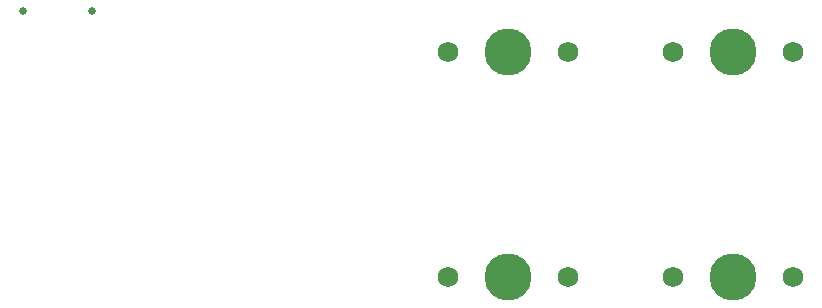
<source format=gts>
G04 #@! TF.GenerationSoftware,KiCad,Pcbnew,6.0.11-2627ca5db0~126~ubuntu20.04.1*
G04 #@! TF.CreationDate,2024-07-14T02:52:22-04:00*
G04 #@! TF.ProjectId,mapel2x2-pcb,6d617065-6c32-4783-922d-7063622e6b69,rev?*
G04 #@! TF.SameCoordinates,Original*
G04 #@! TF.FileFunction,Soldermask,Top*
G04 #@! TF.FilePolarity,Negative*
%FSLAX46Y46*%
G04 Gerber Fmt 4.6, Leading zero omitted, Abs format (unit mm)*
G04 Created by KiCad (PCBNEW 6.0.11-2627ca5db0~126~ubuntu20.04.1) date 2024-07-14 02:52:22*
%MOMM*%
%LPD*%
G01*
G04 APERTURE LIST*
%ADD10C,0.650000*%
%ADD11C,3.987800*%
%ADD12C,1.750000*%
G04 APERTURE END LIST*
D10*
G04 #@! TO.C,J1*
X174910000Y-109218750D03*
X180690000Y-109218750D03*
G04 #@! TD*
D11*
G04 #@! TO.C,MX4*
X234950000Y-131762500D03*
D12*
X229870000Y-131762500D03*
X240030000Y-131762500D03*
G04 #@! TD*
D11*
G04 #@! TO.C,MX2*
X234950000Y-112712500D03*
D12*
X229870000Y-112712500D03*
X240030000Y-112712500D03*
G04 #@! TD*
D11*
G04 #@! TO.C,MX3*
X215900000Y-131762500D03*
D12*
X210820000Y-131762500D03*
X220980000Y-131762500D03*
G04 #@! TD*
D11*
G04 #@! TO.C,MX1*
X215900000Y-112712500D03*
D12*
X210820000Y-112712500D03*
X220980000Y-112712500D03*
G04 #@! TD*
M02*

</source>
